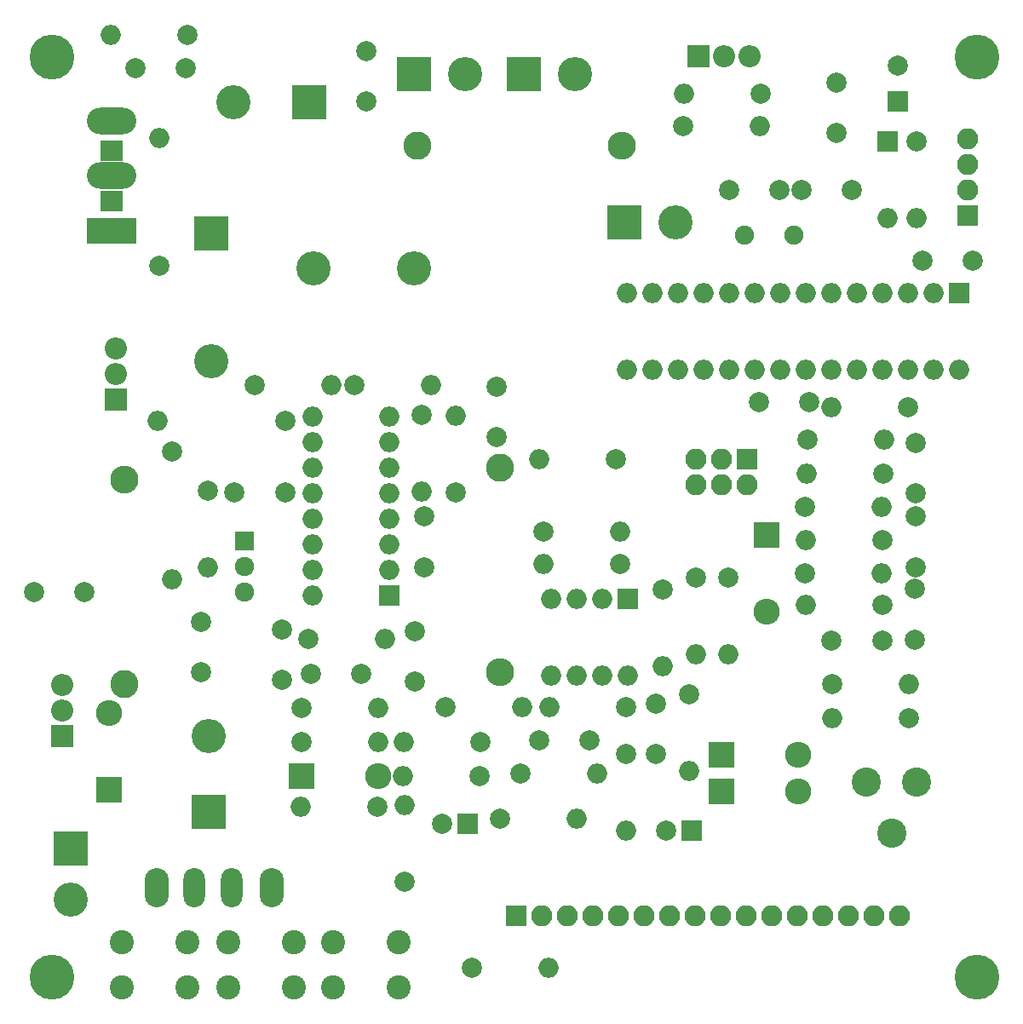
<source format=gbr>
G04 #@! TF.FileFunction,Soldermask,Top*
%FSLAX46Y46*%
G04 Gerber Fmt 4.6, Leading zero omitted, Abs format (unit mm)*
G04 Created by KiCad (PCBNEW 4.0.7) date 05/08/21 10:41:14*
%MOMM*%
%LPD*%
G01*
G04 APERTURE LIST*
%ADD10C,0.100000*%
%ADD11R,3.400000X3.400000*%
%ADD12O,3.400000X3.400000*%
%ADD13C,3.400000*%
%ADD14R,2.000000X2.000000*%
%ADD15O,2.000000X2.000000*%
%ADD16R,2.100000X2.100000*%
%ADD17O,2.100000X2.100000*%
%ADD18R,4.900000X2.650000*%
%ADD19O,4.900000X2.650000*%
%ADD20R,2.200000X2.000000*%
%ADD21C,2.000000*%
%ADD22C,2.800000*%
%ADD23O,2.800000X2.800000*%
%ADD24C,1.920000*%
%ADD25R,1.920000X1.920000*%
%ADD26R,2.200000X2.200000*%
%ADD27O,2.200000X2.200000*%
%ADD28C,4.464000*%
%ADD29C,1.900000*%
%ADD30R,2.600000X2.600000*%
%ADD31O,2.600000X2.600000*%
%ADD32C,2.400000*%
%ADD33C,2.900000*%
%ADD34O,2.150000X3.900000*%
%ADD35O,2.400000X3.900000*%
G04 APERTURE END LIST*
D10*
D11*
X61660000Y-51550000D03*
D12*
X61660000Y-64250000D03*
D11*
X71400000Y-38500000D03*
D13*
X63900000Y-38500000D03*
D14*
X136000000Y-57500000D03*
D15*
X102980000Y-65120000D03*
X133460000Y-57500000D03*
X105520000Y-65120000D03*
X130920000Y-57500000D03*
X108060000Y-65120000D03*
X128380000Y-57500000D03*
X110600000Y-65120000D03*
X125840000Y-57500000D03*
X113140000Y-65120000D03*
X123300000Y-57500000D03*
X115680000Y-65120000D03*
X120760000Y-57500000D03*
X118220000Y-65120000D03*
X118220000Y-57500000D03*
X120760000Y-65120000D03*
X115680000Y-57500000D03*
X123300000Y-65120000D03*
X113140000Y-57500000D03*
X125840000Y-65120000D03*
X110600000Y-57500000D03*
X128380000Y-65120000D03*
X108060000Y-57500000D03*
X130920000Y-65120000D03*
X105520000Y-57500000D03*
X133460000Y-65120000D03*
X102980000Y-57500000D03*
X136000000Y-65120000D03*
D16*
X114900000Y-74000000D03*
D17*
X114900000Y-76540000D03*
X112360000Y-74000000D03*
X112360000Y-76540000D03*
X109820000Y-74000000D03*
X109820000Y-76540000D03*
D18*
X51780000Y-51280000D03*
D19*
X51780000Y-45830000D03*
X51780000Y-40380000D03*
D20*
X51780000Y-48330000D03*
X51780000Y-43330000D03*
D14*
X87150000Y-110200000D03*
D21*
X84650000Y-110200000D03*
X131040000Y-99720000D03*
D15*
X123420000Y-99720000D03*
D11*
X81810000Y-35740000D03*
D13*
X86890000Y-35740000D03*
D22*
X82200000Y-42800000D03*
D23*
X102520000Y-42800000D03*
D21*
X56500000Y-54800000D03*
D15*
X56500000Y-42100000D03*
D24*
X65000000Y-84640000D03*
X65000000Y-87180000D03*
D25*
X65000000Y-82100000D03*
D21*
X105850000Y-98300000D03*
X105850000Y-103300000D03*
X94700000Y-81150000D03*
D15*
X102320000Y-81150000D03*
D14*
X129900000Y-38400000D03*
D21*
X129900000Y-34900000D03*
D14*
X128900000Y-42400000D03*
D15*
X128900000Y-50020000D03*
D21*
X131800000Y-42400000D03*
D15*
X131800000Y-50020000D03*
D26*
X46900000Y-101500000D03*
D27*
X46900000Y-98960000D03*
X46900000Y-96420000D03*
D28*
X45804000Y-34016000D03*
X137752000Y-34016000D03*
X137752000Y-125456000D03*
X45804000Y-125456000D03*
D16*
X136900000Y-49800000D03*
D17*
X136900000Y-47260000D03*
X136900000Y-44720000D03*
X136900000Y-42180000D03*
D29*
X119550000Y-51700000D03*
X114670000Y-51700000D03*
D30*
X51500000Y-106850000D03*
D31*
X51500000Y-99230000D03*
D11*
X92740000Y-35740000D03*
D13*
X97820000Y-35740000D03*
D32*
X59300000Y-122000000D03*
X59300000Y-126500000D03*
X52800000Y-122000000D03*
X52800000Y-126500000D03*
X69900000Y-122000000D03*
X69900000Y-126500000D03*
X63400000Y-122000000D03*
X63400000Y-126500000D03*
X80300000Y-122000000D03*
X80300000Y-126500000D03*
X73800000Y-122000000D03*
X73800000Y-126500000D03*
D13*
X71810000Y-55040000D03*
X81810000Y-55040000D03*
D21*
X102300000Y-84400000D03*
D15*
X94680000Y-84400000D03*
D21*
X87600000Y-124500000D03*
D15*
X95220000Y-124500000D03*
D22*
X90400000Y-74800000D03*
D23*
X90400000Y-95120000D03*
D21*
X128400000Y-88500000D03*
D15*
X120780000Y-88500000D03*
D21*
X128400000Y-82000000D03*
D15*
X120780000Y-82000000D03*
D21*
X128500000Y-75400000D03*
D15*
X120880000Y-75400000D03*
D21*
X120700000Y-85300000D03*
D15*
X128320000Y-85300000D03*
D21*
X120700000Y-78700000D03*
D15*
X128320000Y-78700000D03*
D21*
X120900000Y-72000000D03*
D15*
X128520000Y-72000000D03*
D33*
X129300000Y-111140000D03*
X126800000Y-106100000D03*
X131800000Y-106100000D03*
D16*
X92000000Y-119400000D03*
D17*
X94540000Y-119400000D03*
X97080000Y-119400000D03*
X99620000Y-119400000D03*
X102160000Y-119400000D03*
X104700000Y-119400000D03*
X107240000Y-119400000D03*
X109780000Y-119400000D03*
X112320000Y-119400000D03*
X114860000Y-119400000D03*
X117400000Y-119400000D03*
X119940000Y-119400000D03*
X122480000Y-119400000D03*
X125020000Y-119400000D03*
X127560000Y-119400000D03*
X130100000Y-119400000D03*
D21*
X108600000Y-40900000D03*
D15*
X116220000Y-40900000D03*
D21*
X76550000Y-95300000D03*
X71550000Y-95300000D03*
X131600000Y-86900000D03*
X131600000Y-91900000D03*
X131700000Y-79700000D03*
X131700000Y-84700000D03*
X131700000Y-72400000D03*
X131700000Y-77400000D03*
X77090000Y-38450000D03*
X77090000Y-33450000D03*
X69000000Y-77300000D03*
X64000000Y-77300000D03*
X125350000Y-47250000D03*
X120350000Y-47250000D03*
X116100000Y-68300000D03*
X121100000Y-68300000D03*
X123800000Y-41600000D03*
X123800000Y-36600000D03*
X118150000Y-47200000D03*
X113150000Y-47200000D03*
X123350000Y-92050000D03*
X128350000Y-92050000D03*
X49100000Y-87200000D03*
X44100000Y-87200000D03*
X137400000Y-54300000D03*
X132400000Y-54300000D03*
D26*
X110100000Y-33900000D03*
D27*
X112640000Y-33900000D03*
X115180000Y-33900000D03*
D21*
X116280000Y-37640000D03*
D15*
X108660000Y-37640000D03*
D21*
X90080000Y-71780000D03*
X90080000Y-66780000D03*
X82800000Y-79700000D03*
X82800000Y-84700000D03*
D14*
X109400000Y-110900000D03*
D21*
X106900000Y-110900000D03*
X81900000Y-96050000D03*
X81900000Y-91050000D03*
D34*
X63710000Y-116600000D03*
D35*
X67660000Y-116600000D03*
D34*
X59960000Y-116600000D03*
D35*
X56260000Y-116600000D03*
D26*
X52150000Y-68050000D03*
D27*
X52150000Y-65510000D03*
X52150000Y-62970000D03*
D21*
X57750000Y-73200000D03*
D15*
X57750000Y-85900000D03*
D22*
X53000000Y-96350000D03*
D23*
X53000000Y-76030000D03*
D14*
X103100000Y-87900000D03*
D15*
X95480000Y-95520000D03*
X100560000Y-87900000D03*
X98020000Y-95520000D03*
X98020000Y-87900000D03*
X100560000Y-95520000D03*
X95480000Y-87900000D03*
X103100000Y-95520000D03*
D14*
X79400000Y-87500000D03*
D15*
X71780000Y-69720000D03*
X79400000Y-84960000D03*
X71780000Y-72260000D03*
X79400000Y-82420000D03*
X71780000Y-74800000D03*
X79400000Y-79880000D03*
X71780000Y-77340000D03*
X79400000Y-77340000D03*
X71780000Y-79880000D03*
X79400000Y-74800000D03*
X71780000Y-82420000D03*
X79400000Y-72260000D03*
X71780000Y-84960000D03*
X79400000Y-69720000D03*
X71780000Y-87500000D03*
D21*
X109850000Y-85750000D03*
D15*
X109850000Y-93370000D03*
D21*
X80900000Y-116000000D03*
D15*
X80900000Y-108380000D03*
D21*
X88400000Y-102100000D03*
D15*
X80780000Y-102100000D03*
D21*
X82600000Y-69600000D03*
D15*
X82600000Y-77220000D03*
D21*
X70650000Y-98750000D03*
D15*
X78270000Y-98750000D03*
D21*
X70610000Y-102110000D03*
D15*
X78230000Y-102110000D03*
D21*
X86000000Y-77300000D03*
D15*
X86000000Y-69680000D03*
D21*
X88350000Y-105450000D03*
D15*
X80730000Y-105450000D03*
D21*
X71350000Y-91850000D03*
D15*
X78970000Y-91850000D03*
D21*
X102900000Y-103300000D03*
D15*
X102900000Y-110920000D03*
D21*
X113100000Y-85800000D03*
D15*
X113100000Y-93420000D03*
D21*
X75900000Y-66600000D03*
D15*
X83520000Y-66600000D03*
D21*
X66000000Y-66600000D03*
D15*
X73620000Y-66600000D03*
D21*
X101900000Y-74000000D03*
D15*
X94280000Y-74000000D03*
D21*
X130900000Y-68800000D03*
D15*
X123280000Y-68800000D03*
D21*
X123420000Y-96340000D03*
D15*
X131040000Y-96340000D03*
D21*
X60650000Y-90150000D03*
X60650000Y-95150000D03*
X90400000Y-109750000D03*
D15*
X98020000Y-109750000D03*
D21*
X78180000Y-108570000D03*
D15*
X70560000Y-108570000D03*
D30*
X70610000Y-105500000D03*
D31*
X78230000Y-105500000D03*
D21*
X68700000Y-90900000D03*
X68700000Y-95900000D03*
X54120000Y-35090000D03*
X59120000Y-35090000D03*
X59290000Y-31800000D03*
D15*
X51670000Y-31800000D03*
D30*
X112350000Y-103380000D03*
D31*
X119970000Y-103380000D03*
D30*
X116900000Y-81550000D03*
D31*
X116900000Y-89170000D03*
D30*
X112350000Y-106980000D03*
D31*
X119970000Y-106980000D03*
D21*
X61300000Y-77100000D03*
D15*
X61300000Y-84720000D03*
D21*
X69000000Y-70150000D03*
D15*
X56300000Y-70150000D03*
D21*
X106550000Y-86950000D03*
D15*
X106550000Y-94570000D03*
D21*
X102900000Y-98650000D03*
D15*
X95280000Y-98650000D03*
D21*
X85000000Y-98650000D03*
D15*
X92620000Y-98650000D03*
D21*
X109150000Y-97350000D03*
D15*
X109150000Y-104970000D03*
D21*
X94300000Y-101900000D03*
X99300000Y-101900000D03*
D11*
X47700000Y-112650000D03*
D13*
X47700000Y-117730000D03*
D11*
X102750000Y-50450000D03*
D13*
X107830000Y-50450000D03*
D11*
X61460000Y-109000000D03*
D13*
X61460000Y-101500000D03*
D21*
X92400000Y-105200000D03*
D15*
X100020000Y-105200000D03*
M02*

</source>
